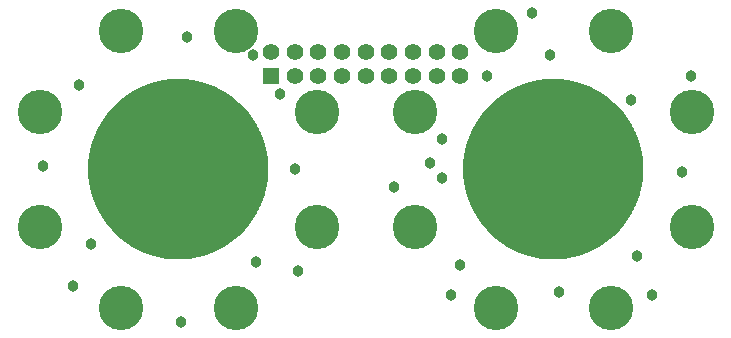
<source format=gts>
G75*
%MOIN*%
%OFA0B0*%
%FSLAX25Y25*%
%IPPOS*%
%LPD*%
%AMOC8*
5,1,8,0,0,1.08239X$1,22.5*
%
%ADD10C,0.20000*%
%ADD11R,0.05556X0.05556*%
%ADD12C,0.05556*%
%ADD13C,0.14800*%
%ADD14C,0.03800*%
%ADD15C,0.30400*%
D10*
X0044000Y0073750D02*
X0044006Y0074241D01*
X0044024Y0074731D01*
X0044054Y0075221D01*
X0044096Y0075710D01*
X0044150Y0076198D01*
X0044216Y0076685D01*
X0044294Y0077169D01*
X0044384Y0077652D01*
X0044486Y0078132D01*
X0044599Y0078610D01*
X0044724Y0079084D01*
X0044861Y0079556D01*
X0045009Y0080024D01*
X0045169Y0080488D01*
X0045340Y0080948D01*
X0045522Y0081404D01*
X0045716Y0081855D01*
X0045920Y0082301D01*
X0046136Y0082742D01*
X0046362Y0083178D01*
X0046598Y0083608D01*
X0046845Y0084032D01*
X0047103Y0084450D01*
X0047371Y0084861D01*
X0047648Y0085266D01*
X0047936Y0085664D01*
X0048233Y0086055D01*
X0048540Y0086438D01*
X0048856Y0086813D01*
X0049181Y0087181D01*
X0049515Y0087541D01*
X0049858Y0087892D01*
X0050209Y0088235D01*
X0050569Y0088569D01*
X0050937Y0088894D01*
X0051312Y0089210D01*
X0051695Y0089517D01*
X0052086Y0089814D01*
X0052484Y0090102D01*
X0052889Y0090379D01*
X0053300Y0090647D01*
X0053718Y0090905D01*
X0054142Y0091152D01*
X0054572Y0091388D01*
X0055008Y0091614D01*
X0055449Y0091830D01*
X0055895Y0092034D01*
X0056346Y0092228D01*
X0056802Y0092410D01*
X0057262Y0092581D01*
X0057726Y0092741D01*
X0058194Y0092889D01*
X0058666Y0093026D01*
X0059140Y0093151D01*
X0059618Y0093264D01*
X0060098Y0093366D01*
X0060581Y0093456D01*
X0061065Y0093534D01*
X0061552Y0093600D01*
X0062040Y0093654D01*
X0062529Y0093696D01*
X0063019Y0093726D01*
X0063509Y0093744D01*
X0064000Y0093750D01*
X0064491Y0093744D01*
X0064981Y0093726D01*
X0065471Y0093696D01*
X0065960Y0093654D01*
X0066448Y0093600D01*
X0066935Y0093534D01*
X0067419Y0093456D01*
X0067902Y0093366D01*
X0068382Y0093264D01*
X0068860Y0093151D01*
X0069334Y0093026D01*
X0069806Y0092889D01*
X0070274Y0092741D01*
X0070738Y0092581D01*
X0071198Y0092410D01*
X0071654Y0092228D01*
X0072105Y0092034D01*
X0072551Y0091830D01*
X0072992Y0091614D01*
X0073428Y0091388D01*
X0073858Y0091152D01*
X0074282Y0090905D01*
X0074700Y0090647D01*
X0075111Y0090379D01*
X0075516Y0090102D01*
X0075914Y0089814D01*
X0076305Y0089517D01*
X0076688Y0089210D01*
X0077063Y0088894D01*
X0077431Y0088569D01*
X0077791Y0088235D01*
X0078142Y0087892D01*
X0078485Y0087541D01*
X0078819Y0087181D01*
X0079144Y0086813D01*
X0079460Y0086438D01*
X0079767Y0086055D01*
X0080064Y0085664D01*
X0080352Y0085266D01*
X0080629Y0084861D01*
X0080897Y0084450D01*
X0081155Y0084032D01*
X0081402Y0083608D01*
X0081638Y0083178D01*
X0081864Y0082742D01*
X0082080Y0082301D01*
X0082284Y0081855D01*
X0082478Y0081404D01*
X0082660Y0080948D01*
X0082831Y0080488D01*
X0082991Y0080024D01*
X0083139Y0079556D01*
X0083276Y0079084D01*
X0083401Y0078610D01*
X0083514Y0078132D01*
X0083616Y0077652D01*
X0083706Y0077169D01*
X0083784Y0076685D01*
X0083850Y0076198D01*
X0083904Y0075710D01*
X0083946Y0075221D01*
X0083976Y0074731D01*
X0083994Y0074241D01*
X0084000Y0073750D01*
X0083994Y0073259D01*
X0083976Y0072769D01*
X0083946Y0072279D01*
X0083904Y0071790D01*
X0083850Y0071302D01*
X0083784Y0070815D01*
X0083706Y0070331D01*
X0083616Y0069848D01*
X0083514Y0069368D01*
X0083401Y0068890D01*
X0083276Y0068416D01*
X0083139Y0067944D01*
X0082991Y0067476D01*
X0082831Y0067012D01*
X0082660Y0066552D01*
X0082478Y0066096D01*
X0082284Y0065645D01*
X0082080Y0065199D01*
X0081864Y0064758D01*
X0081638Y0064322D01*
X0081402Y0063892D01*
X0081155Y0063468D01*
X0080897Y0063050D01*
X0080629Y0062639D01*
X0080352Y0062234D01*
X0080064Y0061836D01*
X0079767Y0061445D01*
X0079460Y0061062D01*
X0079144Y0060687D01*
X0078819Y0060319D01*
X0078485Y0059959D01*
X0078142Y0059608D01*
X0077791Y0059265D01*
X0077431Y0058931D01*
X0077063Y0058606D01*
X0076688Y0058290D01*
X0076305Y0057983D01*
X0075914Y0057686D01*
X0075516Y0057398D01*
X0075111Y0057121D01*
X0074700Y0056853D01*
X0074282Y0056595D01*
X0073858Y0056348D01*
X0073428Y0056112D01*
X0072992Y0055886D01*
X0072551Y0055670D01*
X0072105Y0055466D01*
X0071654Y0055272D01*
X0071198Y0055090D01*
X0070738Y0054919D01*
X0070274Y0054759D01*
X0069806Y0054611D01*
X0069334Y0054474D01*
X0068860Y0054349D01*
X0068382Y0054236D01*
X0067902Y0054134D01*
X0067419Y0054044D01*
X0066935Y0053966D01*
X0066448Y0053900D01*
X0065960Y0053846D01*
X0065471Y0053804D01*
X0064981Y0053774D01*
X0064491Y0053756D01*
X0064000Y0053750D01*
X0063509Y0053756D01*
X0063019Y0053774D01*
X0062529Y0053804D01*
X0062040Y0053846D01*
X0061552Y0053900D01*
X0061065Y0053966D01*
X0060581Y0054044D01*
X0060098Y0054134D01*
X0059618Y0054236D01*
X0059140Y0054349D01*
X0058666Y0054474D01*
X0058194Y0054611D01*
X0057726Y0054759D01*
X0057262Y0054919D01*
X0056802Y0055090D01*
X0056346Y0055272D01*
X0055895Y0055466D01*
X0055449Y0055670D01*
X0055008Y0055886D01*
X0054572Y0056112D01*
X0054142Y0056348D01*
X0053718Y0056595D01*
X0053300Y0056853D01*
X0052889Y0057121D01*
X0052484Y0057398D01*
X0052086Y0057686D01*
X0051695Y0057983D01*
X0051312Y0058290D01*
X0050937Y0058606D01*
X0050569Y0058931D01*
X0050209Y0059265D01*
X0049858Y0059608D01*
X0049515Y0059959D01*
X0049181Y0060319D01*
X0048856Y0060687D01*
X0048540Y0061062D01*
X0048233Y0061445D01*
X0047936Y0061836D01*
X0047648Y0062234D01*
X0047371Y0062639D01*
X0047103Y0063050D01*
X0046845Y0063468D01*
X0046598Y0063892D01*
X0046362Y0064322D01*
X0046136Y0064758D01*
X0045920Y0065199D01*
X0045716Y0065645D01*
X0045522Y0066096D01*
X0045340Y0066552D01*
X0045169Y0067012D01*
X0045009Y0067476D01*
X0044861Y0067944D01*
X0044724Y0068416D01*
X0044599Y0068890D01*
X0044486Y0069368D01*
X0044384Y0069848D01*
X0044294Y0070331D01*
X0044216Y0070815D01*
X0044150Y0071302D01*
X0044096Y0071790D01*
X0044054Y0072279D01*
X0044024Y0072769D01*
X0044006Y0073259D01*
X0044000Y0073750D01*
X0169000Y0073750D02*
X0169006Y0074241D01*
X0169024Y0074731D01*
X0169054Y0075221D01*
X0169096Y0075710D01*
X0169150Y0076198D01*
X0169216Y0076685D01*
X0169294Y0077169D01*
X0169384Y0077652D01*
X0169486Y0078132D01*
X0169599Y0078610D01*
X0169724Y0079084D01*
X0169861Y0079556D01*
X0170009Y0080024D01*
X0170169Y0080488D01*
X0170340Y0080948D01*
X0170522Y0081404D01*
X0170716Y0081855D01*
X0170920Y0082301D01*
X0171136Y0082742D01*
X0171362Y0083178D01*
X0171598Y0083608D01*
X0171845Y0084032D01*
X0172103Y0084450D01*
X0172371Y0084861D01*
X0172648Y0085266D01*
X0172936Y0085664D01*
X0173233Y0086055D01*
X0173540Y0086438D01*
X0173856Y0086813D01*
X0174181Y0087181D01*
X0174515Y0087541D01*
X0174858Y0087892D01*
X0175209Y0088235D01*
X0175569Y0088569D01*
X0175937Y0088894D01*
X0176312Y0089210D01*
X0176695Y0089517D01*
X0177086Y0089814D01*
X0177484Y0090102D01*
X0177889Y0090379D01*
X0178300Y0090647D01*
X0178718Y0090905D01*
X0179142Y0091152D01*
X0179572Y0091388D01*
X0180008Y0091614D01*
X0180449Y0091830D01*
X0180895Y0092034D01*
X0181346Y0092228D01*
X0181802Y0092410D01*
X0182262Y0092581D01*
X0182726Y0092741D01*
X0183194Y0092889D01*
X0183666Y0093026D01*
X0184140Y0093151D01*
X0184618Y0093264D01*
X0185098Y0093366D01*
X0185581Y0093456D01*
X0186065Y0093534D01*
X0186552Y0093600D01*
X0187040Y0093654D01*
X0187529Y0093696D01*
X0188019Y0093726D01*
X0188509Y0093744D01*
X0189000Y0093750D01*
X0189491Y0093744D01*
X0189981Y0093726D01*
X0190471Y0093696D01*
X0190960Y0093654D01*
X0191448Y0093600D01*
X0191935Y0093534D01*
X0192419Y0093456D01*
X0192902Y0093366D01*
X0193382Y0093264D01*
X0193860Y0093151D01*
X0194334Y0093026D01*
X0194806Y0092889D01*
X0195274Y0092741D01*
X0195738Y0092581D01*
X0196198Y0092410D01*
X0196654Y0092228D01*
X0197105Y0092034D01*
X0197551Y0091830D01*
X0197992Y0091614D01*
X0198428Y0091388D01*
X0198858Y0091152D01*
X0199282Y0090905D01*
X0199700Y0090647D01*
X0200111Y0090379D01*
X0200516Y0090102D01*
X0200914Y0089814D01*
X0201305Y0089517D01*
X0201688Y0089210D01*
X0202063Y0088894D01*
X0202431Y0088569D01*
X0202791Y0088235D01*
X0203142Y0087892D01*
X0203485Y0087541D01*
X0203819Y0087181D01*
X0204144Y0086813D01*
X0204460Y0086438D01*
X0204767Y0086055D01*
X0205064Y0085664D01*
X0205352Y0085266D01*
X0205629Y0084861D01*
X0205897Y0084450D01*
X0206155Y0084032D01*
X0206402Y0083608D01*
X0206638Y0083178D01*
X0206864Y0082742D01*
X0207080Y0082301D01*
X0207284Y0081855D01*
X0207478Y0081404D01*
X0207660Y0080948D01*
X0207831Y0080488D01*
X0207991Y0080024D01*
X0208139Y0079556D01*
X0208276Y0079084D01*
X0208401Y0078610D01*
X0208514Y0078132D01*
X0208616Y0077652D01*
X0208706Y0077169D01*
X0208784Y0076685D01*
X0208850Y0076198D01*
X0208904Y0075710D01*
X0208946Y0075221D01*
X0208976Y0074731D01*
X0208994Y0074241D01*
X0209000Y0073750D01*
X0208994Y0073259D01*
X0208976Y0072769D01*
X0208946Y0072279D01*
X0208904Y0071790D01*
X0208850Y0071302D01*
X0208784Y0070815D01*
X0208706Y0070331D01*
X0208616Y0069848D01*
X0208514Y0069368D01*
X0208401Y0068890D01*
X0208276Y0068416D01*
X0208139Y0067944D01*
X0207991Y0067476D01*
X0207831Y0067012D01*
X0207660Y0066552D01*
X0207478Y0066096D01*
X0207284Y0065645D01*
X0207080Y0065199D01*
X0206864Y0064758D01*
X0206638Y0064322D01*
X0206402Y0063892D01*
X0206155Y0063468D01*
X0205897Y0063050D01*
X0205629Y0062639D01*
X0205352Y0062234D01*
X0205064Y0061836D01*
X0204767Y0061445D01*
X0204460Y0061062D01*
X0204144Y0060687D01*
X0203819Y0060319D01*
X0203485Y0059959D01*
X0203142Y0059608D01*
X0202791Y0059265D01*
X0202431Y0058931D01*
X0202063Y0058606D01*
X0201688Y0058290D01*
X0201305Y0057983D01*
X0200914Y0057686D01*
X0200516Y0057398D01*
X0200111Y0057121D01*
X0199700Y0056853D01*
X0199282Y0056595D01*
X0198858Y0056348D01*
X0198428Y0056112D01*
X0197992Y0055886D01*
X0197551Y0055670D01*
X0197105Y0055466D01*
X0196654Y0055272D01*
X0196198Y0055090D01*
X0195738Y0054919D01*
X0195274Y0054759D01*
X0194806Y0054611D01*
X0194334Y0054474D01*
X0193860Y0054349D01*
X0193382Y0054236D01*
X0192902Y0054134D01*
X0192419Y0054044D01*
X0191935Y0053966D01*
X0191448Y0053900D01*
X0190960Y0053846D01*
X0190471Y0053804D01*
X0189981Y0053774D01*
X0189491Y0053756D01*
X0189000Y0053750D01*
X0188509Y0053756D01*
X0188019Y0053774D01*
X0187529Y0053804D01*
X0187040Y0053846D01*
X0186552Y0053900D01*
X0186065Y0053966D01*
X0185581Y0054044D01*
X0185098Y0054134D01*
X0184618Y0054236D01*
X0184140Y0054349D01*
X0183666Y0054474D01*
X0183194Y0054611D01*
X0182726Y0054759D01*
X0182262Y0054919D01*
X0181802Y0055090D01*
X0181346Y0055272D01*
X0180895Y0055466D01*
X0180449Y0055670D01*
X0180008Y0055886D01*
X0179572Y0056112D01*
X0179142Y0056348D01*
X0178718Y0056595D01*
X0178300Y0056853D01*
X0177889Y0057121D01*
X0177484Y0057398D01*
X0177086Y0057686D01*
X0176695Y0057983D01*
X0176312Y0058290D01*
X0175937Y0058606D01*
X0175569Y0058931D01*
X0175209Y0059265D01*
X0174858Y0059608D01*
X0174515Y0059959D01*
X0174181Y0060319D01*
X0173856Y0060687D01*
X0173540Y0061062D01*
X0173233Y0061445D01*
X0172936Y0061836D01*
X0172648Y0062234D01*
X0172371Y0062639D01*
X0172103Y0063050D01*
X0171845Y0063468D01*
X0171598Y0063892D01*
X0171362Y0064322D01*
X0171136Y0064758D01*
X0170920Y0065199D01*
X0170716Y0065645D01*
X0170522Y0066096D01*
X0170340Y0066552D01*
X0170169Y0067012D01*
X0170009Y0067476D01*
X0169861Y0067944D01*
X0169724Y0068416D01*
X0169599Y0068890D01*
X0169486Y0069368D01*
X0169384Y0069848D01*
X0169294Y0070331D01*
X0169216Y0070815D01*
X0169150Y0071302D01*
X0169096Y0071790D01*
X0169054Y0072279D01*
X0169024Y0072769D01*
X0169006Y0073259D01*
X0169000Y0073750D01*
D11*
X0095004Y0104813D03*
D12*
X0102878Y0104813D03*
X0110752Y0104813D03*
X0118626Y0104813D03*
X0126500Y0104813D03*
X0134374Y0104813D03*
X0142248Y0104813D03*
X0150122Y0104813D03*
X0157996Y0104813D03*
X0157996Y0112687D03*
X0150122Y0112687D03*
X0142248Y0112687D03*
X0134374Y0112687D03*
X0126500Y0112687D03*
X0118626Y0112687D03*
X0110752Y0112687D03*
X0102878Y0112687D03*
X0095004Y0112687D03*
D13*
X0044866Y0027556D03*
X0083134Y0027556D03*
X0110194Y0054616D03*
X0142806Y0054616D03*
X0169866Y0027556D03*
X0208134Y0027556D03*
X0235194Y0054616D03*
X0235194Y0092884D03*
X0208134Y0119944D03*
X0169866Y0119944D03*
X0142806Y0092884D03*
X0110194Y0092884D03*
X0083134Y0119940D03*
X0044866Y0119940D03*
X0017806Y0092884D03*
X0017806Y0054616D03*
D14*
X0035000Y0048750D03*
X0029000Y0034750D03*
X0065000Y0022750D03*
X0090000Y0042750D03*
X0104000Y0039750D03*
X0136000Y0067750D03*
X0148000Y0075750D03*
X0152000Y0070750D03*
X0152000Y0083750D03*
X0167000Y0104750D03*
X0188000Y0111750D03*
X0182000Y0125750D03*
X0215000Y0096750D03*
X0235000Y0104750D03*
X0232000Y0072750D03*
X0217000Y0044750D03*
X0222000Y0031750D03*
X0191000Y0032750D03*
X0158000Y0041750D03*
X0155000Y0031750D03*
X0103000Y0073750D03*
X0098000Y0098650D03*
X0089000Y0111750D03*
X0067000Y0117750D03*
X0031000Y0101750D03*
X0019000Y0074750D03*
D15*
X0064000Y0073750D03*
X0189000Y0073750D03*
M02*

</source>
